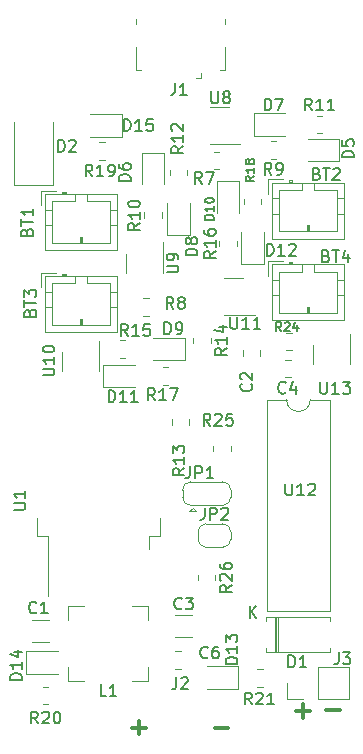
<source format=gbr>
%TF.GenerationSoftware,KiCad,Pcbnew,6.0.5*%
%TF.CreationDate,2022-05-23T21:48:15-04:00*%
%TF.ProjectId,BMS,424d532e-6b69-4636-9164-5f7063625858,rev?*%
%TF.SameCoordinates,Original*%
%TF.FileFunction,Legend,Top*%
%TF.FilePolarity,Positive*%
%FSLAX46Y46*%
G04 Gerber Fmt 4.6, Leading zero omitted, Abs format (unit mm)*
G04 Created by KiCad (PCBNEW 6.0.5) date 2022-05-23 21:48:15*
%MOMM*%
%LPD*%
G01*
G04 APERTURE LIST*
%ADD10C,0.300000*%
%ADD11C,0.150000*%
%ADD12C,0.120000*%
G04 APERTURE END LIST*
D10*
X17928571Y-60007142D02*
X19071428Y-60007142D01*
X24828571Y-58607142D02*
X25971428Y-58607142D01*
X25400000Y-59178571D02*
X25400000Y-58035714D01*
X27378571Y-58507142D02*
X28521428Y-58507142D01*
X10928571Y-60007142D02*
X12071428Y-60007142D01*
X11500000Y-60578571D02*
X11500000Y-59435714D01*
D11*
%TO.C,D5*%
X29702380Y-11738095D02*
X28702380Y-11738095D01*
X28702380Y-11500000D01*
X28750000Y-11357142D01*
X28845238Y-11261904D01*
X28940476Y-11214285D01*
X29130952Y-11166666D01*
X29273809Y-11166666D01*
X29464285Y-11214285D01*
X29559523Y-11261904D01*
X29654761Y-11357142D01*
X29702380Y-11500000D01*
X29702380Y-11738095D01*
X28702380Y-10261904D02*
X28702380Y-10738095D01*
X29178571Y-10785714D01*
X29130952Y-10738095D01*
X29083333Y-10642857D01*
X29083333Y-10404761D01*
X29130952Y-10309523D01*
X29178571Y-10261904D01*
X29273809Y-10214285D01*
X29511904Y-10214285D01*
X29607142Y-10261904D01*
X29654761Y-10309523D01*
X29702380Y-10404761D01*
X29702380Y-10642857D01*
X29654761Y-10738095D01*
X29607142Y-10785714D01*
%TO.C,J3*%
X28416666Y-53652380D02*
X28416666Y-54366666D01*
X28369047Y-54509523D01*
X28273809Y-54604761D01*
X28130952Y-54652380D01*
X28035714Y-54652380D01*
X28797619Y-53652380D02*
X29416666Y-53652380D01*
X29083333Y-54033333D01*
X29226190Y-54033333D01*
X29321428Y-54080952D01*
X29369047Y-54128571D01*
X29416666Y-54223809D01*
X29416666Y-54461904D01*
X29369047Y-54557142D01*
X29321428Y-54604761D01*
X29226190Y-54652380D01*
X28940476Y-54652380D01*
X28845238Y-54604761D01*
X28797619Y-54557142D01*
%TO.C,R13*%
X15352380Y-38042857D02*
X14876190Y-38376190D01*
X15352380Y-38614285D02*
X14352380Y-38614285D01*
X14352380Y-38233333D01*
X14400000Y-38138095D01*
X14447619Y-38090476D01*
X14542857Y-38042857D01*
X14685714Y-38042857D01*
X14780952Y-38090476D01*
X14828571Y-38138095D01*
X14876190Y-38233333D01*
X14876190Y-38614285D01*
X15352380Y-37090476D02*
X15352380Y-37661904D01*
X15352380Y-37376190D02*
X14352380Y-37376190D01*
X14495238Y-37471428D01*
X14590476Y-37566666D01*
X14638095Y-37661904D01*
X14352380Y-36757142D02*
X14352380Y-36138095D01*
X14733333Y-36471428D01*
X14733333Y-36328571D01*
X14780952Y-36233333D01*
X14828571Y-36185714D01*
X14923809Y-36138095D01*
X15161904Y-36138095D01*
X15257142Y-36185714D01*
X15304761Y-36233333D01*
X15352380Y-36328571D01*
X15352380Y-36614285D01*
X15304761Y-36709523D01*
X15257142Y-36757142D01*
%TO.C,JP1*%
X15816666Y-37902380D02*
X15816666Y-38616666D01*
X15769047Y-38759523D01*
X15673809Y-38854761D01*
X15530952Y-38902380D01*
X15435714Y-38902380D01*
X16292857Y-38902380D02*
X16292857Y-37902380D01*
X16673809Y-37902380D01*
X16769047Y-37950000D01*
X16816666Y-37997619D01*
X16864285Y-38092857D01*
X16864285Y-38235714D01*
X16816666Y-38330952D01*
X16769047Y-38378571D01*
X16673809Y-38426190D01*
X16292857Y-38426190D01*
X17816666Y-38902380D02*
X17245238Y-38902380D01*
X17530952Y-38902380D02*
X17530952Y-37902380D01*
X17435714Y-38045238D01*
X17340476Y-38140476D01*
X17245238Y-38188095D01*
%TO.C,D9*%
X13661904Y-26702380D02*
X13661904Y-25702380D01*
X13900000Y-25702380D01*
X14042857Y-25750000D01*
X14138095Y-25845238D01*
X14185714Y-25940476D01*
X14233333Y-26130952D01*
X14233333Y-26273809D01*
X14185714Y-26464285D01*
X14138095Y-26559523D01*
X14042857Y-26654761D01*
X13900000Y-26702380D01*
X13661904Y-26702380D01*
X14709523Y-26702380D02*
X14900000Y-26702380D01*
X14995238Y-26654761D01*
X15042857Y-26607142D01*
X15138095Y-26464285D01*
X15185714Y-26273809D01*
X15185714Y-25892857D01*
X15138095Y-25797619D01*
X15090476Y-25750000D01*
X14995238Y-25702380D01*
X14804761Y-25702380D01*
X14709523Y-25750000D01*
X14661904Y-25797619D01*
X14614285Y-25892857D01*
X14614285Y-26130952D01*
X14661904Y-26226190D01*
X14709523Y-26273809D01*
X14804761Y-26321428D01*
X14995238Y-26321428D01*
X15090476Y-26273809D01*
X15138095Y-26226190D01*
X15185714Y-26130952D01*
%TO.C,JP2*%
X17066666Y-41402380D02*
X17066666Y-42116666D01*
X17019047Y-42259523D01*
X16923809Y-42354761D01*
X16780952Y-42402380D01*
X16685714Y-42402380D01*
X17542857Y-42402380D02*
X17542857Y-41402380D01*
X17923809Y-41402380D01*
X18019047Y-41450000D01*
X18066666Y-41497619D01*
X18114285Y-41592857D01*
X18114285Y-41735714D01*
X18066666Y-41830952D01*
X18019047Y-41878571D01*
X17923809Y-41926190D01*
X17542857Y-41926190D01*
X18495238Y-41497619D02*
X18542857Y-41450000D01*
X18638095Y-41402380D01*
X18876190Y-41402380D01*
X18971428Y-41450000D01*
X19019047Y-41497619D01*
X19066666Y-41592857D01*
X19066666Y-41688095D01*
X19019047Y-41830952D01*
X18447619Y-42402380D01*
X19066666Y-42402380D01*
%TO.C,R16*%
X18002380Y-19692857D02*
X17526190Y-20026190D01*
X18002380Y-20264285D02*
X17002380Y-20264285D01*
X17002380Y-19883333D01*
X17050000Y-19788095D01*
X17097619Y-19740476D01*
X17192857Y-19692857D01*
X17335714Y-19692857D01*
X17430952Y-19740476D01*
X17478571Y-19788095D01*
X17526190Y-19883333D01*
X17526190Y-20264285D01*
X18002380Y-18740476D02*
X18002380Y-19311904D01*
X18002380Y-19026190D02*
X17002380Y-19026190D01*
X17145238Y-19121428D01*
X17240476Y-19216666D01*
X17288095Y-19311904D01*
X17002380Y-17883333D02*
X17002380Y-18073809D01*
X17050000Y-18169047D01*
X17097619Y-18216666D01*
X17240476Y-18311904D01*
X17430952Y-18359523D01*
X17811904Y-18359523D01*
X17907142Y-18311904D01*
X17954761Y-18264285D01*
X18002380Y-18169047D01*
X18002380Y-17978571D01*
X17954761Y-17883333D01*
X17907142Y-17835714D01*
X17811904Y-17788095D01*
X17573809Y-17788095D01*
X17478571Y-17835714D01*
X17430952Y-17883333D01*
X17383333Y-17978571D01*
X17383333Y-18169047D01*
X17430952Y-18264285D01*
X17478571Y-18311904D01*
X17573809Y-18359523D01*
%TO.C,C2*%
X21007142Y-30916666D02*
X21054761Y-30964285D01*
X21102380Y-31107142D01*
X21102380Y-31202380D01*
X21054761Y-31345238D01*
X20959523Y-31440476D01*
X20864285Y-31488095D01*
X20673809Y-31535714D01*
X20530952Y-31535714D01*
X20340476Y-31488095D01*
X20245238Y-31440476D01*
X20150000Y-31345238D01*
X20102380Y-31202380D01*
X20102380Y-31107142D01*
X20150000Y-30964285D01*
X20197619Y-30916666D01*
X20197619Y-30535714D02*
X20150000Y-30488095D01*
X20102380Y-30392857D01*
X20102380Y-30154761D01*
X20150000Y-30059523D01*
X20197619Y-30011904D01*
X20292857Y-29964285D01*
X20388095Y-29964285D01*
X20530952Y-30011904D01*
X21102380Y-30583333D01*
X21102380Y-29964285D01*
%TO.C,U10*%
X3352380Y-30188095D02*
X4161904Y-30188095D01*
X4257142Y-30140476D01*
X4304761Y-30092857D01*
X4352380Y-29997619D01*
X4352380Y-29807142D01*
X4304761Y-29711904D01*
X4257142Y-29664285D01*
X4161904Y-29616666D01*
X3352380Y-29616666D01*
X4352380Y-28616666D02*
X4352380Y-29188095D01*
X4352380Y-28902380D02*
X3352380Y-28902380D01*
X3495238Y-28997619D01*
X3590476Y-29092857D01*
X3638095Y-29188095D01*
X3352380Y-27997619D02*
X3352380Y-27902380D01*
X3400000Y-27807142D01*
X3447619Y-27759523D01*
X3542857Y-27711904D01*
X3733333Y-27664285D01*
X3971428Y-27664285D01*
X4161904Y-27711904D01*
X4257142Y-27759523D01*
X4304761Y-27807142D01*
X4352380Y-27902380D01*
X4352380Y-27997619D01*
X4304761Y-28092857D01*
X4257142Y-28140476D01*
X4161904Y-28188095D01*
X3971428Y-28235714D01*
X3733333Y-28235714D01*
X3542857Y-28188095D01*
X3447619Y-28140476D01*
X3400000Y-28092857D01*
X3352380Y-27997619D01*
%TO.C,R20*%
X2957142Y-59652380D02*
X2623809Y-59176190D01*
X2385714Y-59652380D02*
X2385714Y-58652380D01*
X2766666Y-58652380D01*
X2861904Y-58700000D01*
X2909523Y-58747619D01*
X2957142Y-58842857D01*
X2957142Y-58985714D01*
X2909523Y-59080952D01*
X2861904Y-59128571D01*
X2766666Y-59176190D01*
X2385714Y-59176190D01*
X3338095Y-58747619D02*
X3385714Y-58700000D01*
X3480952Y-58652380D01*
X3719047Y-58652380D01*
X3814285Y-58700000D01*
X3861904Y-58747619D01*
X3909523Y-58842857D01*
X3909523Y-58938095D01*
X3861904Y-59080952D01*
X3290476Y-59652380D01*
X3909523Y-59652380D01*
X4528571Y-58652380D02*
X4623809Y-58652380D01*
X4719047Y-58700000D01*
X4766666Y-58747619D01*
X4814285Y-58842857D01*
X4861904Y-59033333D01*
X4861904Y-59271428D01*
X4814285Y-59461904D01*
X4766666Y-59557142D01*
X4719047Y-59604761D01*
X4623809Y-59652380D01*
X4528571Y-59652380D01*
X4433333Y-59604761D01*
X4385714Y-59557142D01*
X4338095Y-59461904D01*
X4290476Y-59271428D01*
X4290476Y-59033333D01*
X4338095Y-58842857D01*
X4385714Y-58747619D01*
X4433333Y-58700000D01*
X4528571Y-58652380D01*
%TO.C,C1*%
X2833333Y-50257142D02*
X2785714Y-50304761D01*
X2642857Y-50352380D01*
X2547619Y-50352380D01*
X2404761Y-50304761D01*
X2309523Y-50209523D01*
X2261904Y-50114285D01*
X2214285Y-49923809D01*
X2214285Y-49780952D01*
X2261904Y-49590476D01*
X2309523Y-49495238D01*
X2404761Y-49400000D01*
X2547619Y-49352380D01*
X2642857Y-49352380D01*
X2785714Y-49400000D01*
X2833333Y-49447619D01*
X3785714Y-50352380D02*
X3214285Y-50352380D01*
X3500000Y-50352380D02*
X3500000Y-49352380D01*
X3404761Y-49495238D01*
X3309523Y-49590476D01*
X3214285Y-49638095D01*
%TO.C,R14*%
X18952380Y-27892857D02*
X18476190Y-28226190D01*
X18952380Y-28464285D02*
X17952380Y-28464285D01*
X17952380Y-28083333D01*
X18000000Y-27988095D01*
X18047619Y-27940476D01*
X18142857Y-27892857D01*
X18285714Y-27892857D01*
X18380952Y-27940476D01*
X18428571Y-27988095D01*
X18476190Y-28083333D01*
X18476190Y-28464285D01*
X18952380Y-26940476D02*
X18952380Y-27511904D01*
X18952380Y-27226190D02*
X17952380Y-27226190D01*
X18095238Y-27321428D01*
X18190476Y-27416666D01*
X18238095Y-27511904D01*
X18285714Y-26083333D02*
X18952380Y-26083333D01*
X17904761Y-26321428D02*
X18619047Y-26559523D01*
X18619047Y-25940476D01*
%TO.C,D1*%
X24161904Y-54902380D02*
X24161904Y-53902380D01*
X24400000Y-53902380D01*
X24542857Y-53950000D01*
X24638095Y-54045238D01*
X24685714Y-54140476D01*
X24733333Y-54330952D01*
X24733333Y-54473809D01*
X24685714Y-54664285D01*
X24638095Y-54759523D01*
X24542857Y-54854761D01*
X24400000Y-54902380D01*
X24161904Y-54902380D01*
X25685714Y-54902380D02*
X25114285Y-54902380D01*
X25400000Y-54902380D02*
X25400000Y-53902380D01*
X25304761Y-54045238D01*
X25209523Y-54140476D01*
X25114285Y-54188095D01*
X20878095Y-50702380D02*
X20878095Y-49702380D01*
X21449523Y-50702380D02*
X21020952Y-50130952D01*
X21449523Y-49702380D02*
X20878095Y-50273809D01*
%TO.C,R24*%
X23567857Y-26439285D02*
X23317857Y-26082142D01*
X23139285Y-26439285D02*
X23139285Y-25689285D01*
X23425000Y-25689285D01*
X23496428Y-25725000D01*
X23532142Y-25760714D01*
X23567857Y-25832142D01*
X23567857Y-25939285D01*
X23532142Y-26010714D01*
X23496428Y-26046428D01*
X23425000Y-26082142D01*
X23139285Y-26082142D01*
X23853571Y-25760714D02*
X23889285Y-25725000D01*
X23960714Y-25689285D01*
X24139285Y-25689285D01*
X24210714Y-25725000D01*
X24246428Y-25760714D01*
X24282142Y-25832142D01*
X24282142Y-25903571D01*
X24246428Y-26010714D01*
X23817857Y-26439285D01*
X24282142Y-26439285D01*
X24925000Y-25939285D02*
X24925000Y-26439285D01*
X24746428Y-25653571D02*
X24567857Y-26189285D01*
X25032142Y-26189285D01*
%TO.C,D11*%
X8935714Y-32452380D02*
X8935714Y-31452380D01*
X9173809Y-31452380D01*
X9316666Y-31500000D01*
X9411904Y-31595238D01*
X9459523Y-31690476D01*
X9507142Y-31880952D01*
X9507142Y-32023809D01*
X9459523Y-32214285D01*
X9411904Y-32309523D01*
X9316666Y-32404761D01*
X9173809Y-32452380D01*
X8935714Y-32452380D01*
X10459523Y-32452380D02*
X9888095Y-32452380D01*
X10173809Y-32452380D02*
X10173809Y-31452380D01*
X10078571Y-31595238D01*
X9983333Y-31690476D01*
X9888095Y-31738095D01*
X11411904Y-32452380D02*
X10840476Y-32452380D01*
X11126190Y-32452380D02*
X11126190Y-31452380D01*
X11030952Y-31595238D01*
X10935714Y-31690476D01*
X10840476Y-31738095D01*
%TO.C,BT1*%
X2028571Y-18035714D02*
X2076190Y-17892857D01*
X2123809Y-17845238D01*
X2219047Y-17797619D01*
X2361904Y-17797619D01*
X2457142Y-17845238D01*
X2504761Y-17892857D01*
X2552380Y-17988095D01*
X2552380Y-18369047D01*
X1552380Y-18369047D01*
X1552380Y-18035714D01*
X1600000Y-17940476D01*
X1647619Y-17892857D01*
X1742857Y-17845238D01*
X1838095Y-17845238D01*
X1933333Y-17892857D01*
X1980952Y-17940476D01*
X2028571Y-18035714D01*
X2028571Y-18369047D01*
X1552380Y-17511904D02*
X1552380Y-16940476D01*
X2552380Y-17226190D02*
X1552380Y-17226190D01*
X2552380Y-16083333D02*
X2552380Y-16654761D01*
X2552380Y-16369047D02*
X1552380Y-16369047D01*
X1695238Y-16464285D01*
X1790476Y-16559523D01*
X1838095Y-16654761D01*
%TO.C,R11*%
X26157142Y-7752380D02*
X25823809Y-7276190D01*
X25585714Y-7752380D02*
X25585714Y-6752380D01*
X25966666Y-6752380D01*
X26061904Y-6800000D01*
X26109523Y-6847619D01*
X26157142Y-6942857D01*
X26157142Y-7085714D01*
X26109523Y-7180952D01*
X26061904Y-7228571D01*
X25966666Y-7276190D01*
X25585714Y-7276190D01*
X27109523Y-7752380D02*
X26538095Y-7752380D01*
X26823809Y-7752380D02*
X26823809Y-6752380D01*
X26728571Y-6895238D01*
X26633333Y-6990476D01*
X26538095Y-7038095D01*
X28061904Y-7752380D02*
X27490476Y-7752380D01*
X27776190Y-7752380D02*
X27776190Y-6752380D01*
X27680952Y-6895238D01*
X27585714Y-6990476D01*
X27490476Y-7038095D01*
%TO.C,R25*%
X17557142Y-34452380D02*
X17223809Y-33976190D01*
X16985714Y-34452380D02*
X16985714Y-33452380D01*
X17366666Y-33452380D01*
X17461904Y-33500000D01*
X17509523Y-33547619D01*
X17557142Y-33642857D01*
X17557142Y-33785714D01*
X17509523Y-33880952D01*
X17461904Y-33928571D01*
X17366666Y-33976190D01*
X16985714Y-33976190D01*
X17938095Y-33547619D02*
X17985714Y-33500000D01*
X18080952Y-33452380D01*
X18319047Y-33452380D01*
X18414285Y-33500000D01*
X18461904Y-33547619D01*
X18509523Y-33642857D01*
X18509523Y-33738095D01*
X18461904Y-33880952D01*
X17890476Y-34452380D01*
X18509523Y-34452380D01*
X19414285Y-33452380D02*
X18938095Y-33452380D01*
X18890476Y-33928571D01*
X18938095Y-33880952D01*
X19033333Y-33833333D01*
X19271428Y-33833333D01*
X19366666Y-33880952D01*
X19414285Y-33928571D01*
X19461904Y-34023809D01*
X19461904Y-34261904D01*
X19414285Y-34357142D01*
X19366666Y-34404761D01*
X19271428Y-34452380D01*
X19033333Y-34452380D01*
X18938095Y-34404761D01*
X18890476Y-34357142D01*
%TO.C,D15*%
X10235714Y-9502380D02*
X10235714Y-8502380D01*
X10473809Y-8502380D01*
X10616666Y-8550000D01*
X10711904Y-8645238D01*
X10759523Y-8740476D01*
X10807142Y-8930952D01*
X10807142Y-9073809D01*
X10759523Y-9264285D01*
X10711904Y-9359523D01*
X10616666Y-9454761D01*
X10473809Y-9502380D01*
X10235714Y-9502380D01*
X11759523Y-9502380D02*
X11188095Y-9502380D01*
X11473809Y-9502380D02*
X11473809Y-8502380D01*
X11378571Y-8645238D01*
X11283333Y-8740476D01*
X11188095Y-8788095D01*
X12664285Y-8502380D02*
X12188095Y-8502380D01*
X12140476Y-8978571D01*
X12188095Y-8930952D01*
X12283333Y-8883333D01*
X12521428Y-8883333D01*
X12616666Y-8930952D01*
X12664285Y-8978571D01*
X12711904Y-9073809D01*
X12711904Y-9311904D01*
X12664285Y-9407142D01*
X12616666Y-9454761D01*
X12521428Y-9502380D01*
X12283333Y-9502380D01*
X12188095Y-9454761D01*
X12140476Y-9407142D01*
%TO.C,U13*%
X26861904Y-30752380D02*
X26861904Y-31561904D01*
X26909523Y-31657142D01*
X26957142Y-31704761D01*
X27052380Y-31752380D01*
X27242857Y-31752380D01*
X27338095Y-31704761D01*
X27385714Y-31657142D01*
X27433333Y-31561904D01*
X27433333Y-30752380D01*
X28433333Y-31752380D02*
X27861904Y-31752380D01*
X28147619Y-31752380D02*
X28147619Y-30752380D01*
X28052380Y-30895238D01*
X27957142Y-30990476D01*
X27861904Y-31038095D01*
X28766666Y-30752380D02*
X29385714Y-30752380D01*
X29052380Y-31133333D01*
X29195238Y-31133333D01*
X29290476Y-31180952D01*
X29338095Y-31228571D01*
X29385714Y-31323809D01*
X29385714Y-31561904D01*
X29338095Y-31657142D01*
X29290476Y-31704761D01*
X29195238Y-31752380D01*
X28909523Y-31752380D01*
X28814285Y-31704761D01*
X28766666Y-31657142D01*
%TO.C,J2*%
X14666666Y-55752380D02*
X14666666Y-56466666D01*
X14619047Y-56609523D01*
X14523809Y-56704761D01*
X14380952Y-56752380D01*
X14285714Y-56752380D01*
X15095238Y-55847619D02*
X15142857Y-55800000D01*
X15238095Y-55752380D01*
X15476190Y-55752380D01*
X15571428Y-55800000D01*
X15619047Y-55847619D01*
X15666666Y-55942857D01*
X15666666Y-56038095D01*
X15619047Y-56180952D01*
X15047619Y-56752380D01*
X15666666Y-56752380D01*
%TO.C,L1*%
X8733333Y-57352380D02*
X8257142Y-57352380D01*
X8257142Y-56352380D01*
X9590476Y-57352380D02*
X9019047Y-57352380D01*
X9304761Y-57352380D02*
X9304761Y-56352380D01*
X9209523Y-56495238D01*
X9114285Y-56590476D01*
X9019047Y-56638095D01*
%TO.C,U11*%
X19261904Y-25252380D02*
X19261904Y-26061904D01*
X19309523Y-26157142D01*
X19357142Y-26204761D01*
X19452380Y-26252380D01*
X19642857Y-26252380D01*
X19738095Y-26204761D01*
X19785714Y-26157142D01*
X19833333Y-26061904D01*
X19833333Y-25252380D01*
X20833333Y-26252380D02*
X20261904Y-26252380D01*
X20547619Y-26252380D02*
X20547619Y-25252380D01*
X20452380Y-25395238D01*
X20357142Y-25490476D01*
X20261904Y-25538095D01*
X21785714Y-26252380D02*
X21214285Y-26252380D01*
X21500000Y-26252380D02*
X21500000Y-25252380D01*
X21404761Y-25395238D01*
X21309523Y-25490476D01*
X21214285Y-25538095D01*
%TO.C,R10*%
X11602380Y-17292857D02*
X11126190Y-17626190D01*
X11602380Y-17864285D02*
X10602380Y-17864285D01*
X10602380Y-17483333D01*
X10650000Y-17388095D01*
X10697619Y-17340476D01*
X10792857Y-17292857D01*
X10935714Y-17292857D01*
X11030952Y-17340476D01*
X11078571Y-17388095D01*
X11126190Y-17483333D01*
X11126190Y-17864285D01*
X11602380Y-16340476D02*
X11602380Y-16911904D01*
X11602380Y-16626190D02*
X10602380Y-16626190D01*
X10745238Y-16721428D01*
X10840476Y-16816666D01*
X10888095Y-16911904D01*
X10602380Y-15721428D02*
X10602380Y-15626190D01*
X10650000Y-15530952D01*
X10697619Y-15483333D01*
X10792857Y-15435714D01*
X10983333Y-15388095D01*
X11221428Y-15388095D01*
X11411904Y-15435714D01*
X11507142Y-15483333D01*
X11554761Y-15530952D01*
X11602380Y-15626190D01*
X11602380Y-15721428D01*
X11554761Y-15816666D01*
X11507142Y-15864285D01*
X11411904Y-15911904D01*
X11221428Y-15959523D01*
X10983333Y-15959523D01*
X10792857Y-15911904D01*
X10697619Y-15864285D01*
X10650000Y-15816666D01*
X10602380Y-15721428D01*
%TO.C,R21*%
X21057142Y-58052380D02*
X20723809Y-57576190D01*
X20485714Y-58052380D02*
X20485714Y-57052380D01*
X20866666Y-57052380D01*
X20961904Y-57100000D01*
X21009523Y-57147619D01*
X21057142Y-57242857D01*
X21057142Y-57385714D01*
X21009523Y-57480952D01*
X20961904Y-57528571D01*
X20866666Y-57576190D01*
X20485714Y-57576190D01*
X21438095Y-57147619D02*
X21485714Y-57100000D01*
X21580952Y-57052380D01*
X21819047Y-57052380D01*
X21914285Y-57100000D01*
X21961904Y-57147619D01*
X22009523Y-57242857D01*
X22009523Y-57338095D01*
X21961904Y-57480952D01*
X21390476Y-58052380D01*
X22009523Y-58052380D01*
X22961904Y-58052380D02*
X22390476Y-58052380D01*
X22676190Y-58052380D02*
X22676190Y-57052380D01*
X22580952Y-57195238D01*
X22485714Y-57290476D01*
X22390476Y-57338095D01*
%TO.C,U1*%
X902380Y-41561904D02*
X1711904Y-41561904D01*
X1807142Y-41514285D01*
X1854761Y-41466666D01*
X1902380Y-41371428D01*
X1902380Y-41180952D01*
X1854761Y-41085714D01*
X1807142Y-41038095D01*
X1711904Y-40990476D01*
X902380Y-40990476D01*
X1902380Y-39990476D02*
X1902380Y-40561904D01*
X1902380Y-40276190D02*
X902380Y-40276190D01*
X1045238Y-40371428D01*
X1140476Y-40466666D01*
X1188095Y-40561904D01*
%TO.C,R26*%
X19352380Y-47942857D02*
X18876190Y-48276190D01*
X19352380Y-48514285D02*
X18352380Y-48514285D01*
X18352380Y-48133333D01*
X18400000Y-48038095D01*
X18447619Y-47990476D01*
X18542857Y-47942857D01*
X18685714Y-47942857D01*
X18780952Y-47990476D01*
X18828571Y-48038095D01*
X18876190Y-48133333D01*
X18876190Y-48514285D01*
X18447619Y-47561904D02*
X18400000Y-47514285D01*
X18352380Y-47419047D01*
X18352380Y-47180952D01*
X18400000Y-47085714D01*
X18447619Y-47038095D01*
X18542857Y-46990476D01*
X18638095Y-46990476D01*
X18780952Y-47038095D01*
X19352380Y-47609523D01*
X19352380Y-46990476D01*
X18352380Y-46133333D02*
X18352380Y-46323809D01*
X18400000Y-46419047D01*
X18447619Y-46466666D01*
X18590476Y-46561904D01*
X18780952Y-46609523D01*
X19161904Y-46609523D01*
X19257142Y-46561904D01*
X19304761Y-46514285D01*
X19352380Y-46419047D01*
X19352380Y-46228571D01*
X19304761Y-46133333D01*
X19257142Y-46085714D01*
X19161904Y-46038095D01*
X18923809Y-46038095D01*
X18828571Y-46085714D01*
X18780952Y-46133333D01*
X18733333Y-46228571D01*
X18733333Y-46419047D01*
X18780952Y-46514285D01*
X18828571Y-46561904D01*
X18923809Y-46609523D01*
%TO.C,D8*%
X16452380Y-20038095D02*
X15452380Y-20038095D01*
X15452380Y-19800000D01*
X15500000Y-19657142D01*
X15595238Y-19561904D01*
X15690476Y-19514285D01*
X15880952Y-19466666D01*
X16023809Y-19466666D01*
X16214285Y-19514285D01*
X16309523Y-19561904D01*
X16404761Y-19657142D01*
X16452380Y-19800000D01*
X16452380Y-20038095D01*
X15880952Y-18895238D02*
X15833333Y-18990476D01*
X15785714Y-19038095D01*
X15690476Y-19085714D01*
X15642857Y-19085714D01*
X15547619Y-19038095D01*
X15500000Y-18990476D01*
X15452380Y-18895238D01*
X15452380Y-18704761D01*
X15500000Y-18609523D01*
X15547619Y-18561904D01*
X15642857Y-18514285D01*
X15690476Y-18514285D01*
X15785714Y-18561904D01*
X15833333Y-18609523D01*
X15880952Y-18704761D01*
X15880952Y-18895238D01*
X15928571Y-18990476D01*
X15976190Y-19038095D01*
X16071428Y-19085714D01*
X16261904Y-19085714D01*
X16357142Y-19038095D01*
X16404761Y-18990476D01*
X16452380Y-18895238D01*
X16452380Y-18704761D01*
X16404761Y-18609523D01*
X16357142Y-18561904D01*
X16261904Y-18514285D01*
X16071428Y-18514285D01*
X15976190Y-18561904D01*
X15928571Y-18609523D01*
X15880952Y-18704761D01*
%TO.C,R19*%
X7557142Y-13352380D02*
X7223809Y-12876190D01*
X6985714Y-13352380D02*
X6985714Y-12352380D01*
X7366666Y-12352380D01*
X7461904Y-12400000D01*
X7509523Y-12447619D01*
X7557142Y-12542857D01*
X7557142Y-12685714D01*
X7509523Y-12780952D01*
X7461904Y-12828571D01*
X7366666Y-12876190D01*
X6985714Y-12876190D01*
X8509523Y-13352380D02*
X7938095Y-13352380D01*
X8223809Y-13352380D02*
X8223809Y-12352380D01*
X8128571Y-12495238D01*
X8033333Y-12590476D01*
X7938095Y-12638095D01*
X8985714Y-13352380D02*
X9176190Y-13352380D01*
X9271428Y-13304761D01*
X9319047Y-13257142D01*
X9414285Y-13114285D01*
X9461904Y-12923809D01*
X9461904Y-12542857D01*
X9414285Y-12447619D01*
X9366666Y-12400000D01*
X9271428Y-12352380D01*
X9080952Y-12352380D01*
X8985714Y-12400000D01*
X8938095Y-12447619D01*
X8890476Y-12542857D01*
X8890476Y-12780952D01*
X8938095Y-12876190D01*
X8985714Y-12923809D01*
X9080952Y-12971428D01*
X9271428Y-12971428D01*
X9366666Y-12923809D01*
X9414285Y-12876190D01*
X9461904Y-12780952D01*
%TO.C,C3*%
X15133333Y-49907142D02*
X15085714Y-49954761D01*
X14942857Y-50002380D01*
X14847619Y-50002380D01*
X14704761Y-49954761D01*
X14609523Y-49859523D01*
X14561904Y-49764285D01*
X14514285Y-49573809D01*
X14514285Y-49430952D01*
X14561904Y-49240476D01*
X14609523Y-49145238D01*
X14704761Y-49050000D01*
X14847619Y-49002380D01*
X14942857Y-49002380D01*
X15085714Y-49050000D01*
X15133333Y-49097619D01*
X15466666Y-49002380D02*
X16085714Y-49002380D01*
X15752380Y-49383333D01*
X15895238Y-49383333D01*
X15990476Y-49430952D01*
X16038095Y-49478571D01*
X16085714Y-49573809D01*
X16085714Y-49811904D01*
X16038095Y-49907142D01*
X15990476Y-49954761D01*
X15895238Y-50002380D01*
X15609523Y-50002380D01*
X15514285Y-49954761D01*
X15466666Y-49907142D01*
%TO.C,R7*%
X16833333Y-13952380D02*
X16500000Y-13476190D01*
X16261904Y-13952380D02*
X16261904Y-12952380D01*
X16642857Y-12952380D01*
X16738095Y-13000000D01*
X16785714Y-13047619D01*
X16833333Y-13142857D01*
X16833333Y-13285714D01*
X16785714Y-13380952D01*
X16738095Y-13428571D01*
X16642857Y-13476190D01*
X16261904Y-13476190D01*
X17166666Y-12952380D02*
X17833333Y-12952380D01*
X17404761Y-13952380D01*
%TO.C,D2*%
X4661904Y-11252380D02*
X4661904Y-10252380D01*
X4900000Y-10252380D01*
X5042857Y-10300000D01*
X5138095Y-10395238D01*
X5185714Y-10490476D01*
X5233333Y-10680952D01*
X5233333Y-10823809D01*
X5185714Y-11014285D01*
X5138095Y-11109523D01*
X5042857Y-11204761D01*
X4900000Y-11252380D01*
X4661904Y-11252380D01*
X5614285Y-10347619D02*
X5661904Y-10300000D01*
X5757142Y-10252380D01*
X5995238Y-10252380D01*
X6090476Y-10300000D01*
X6138095Y-10347619D01*
X6185714Y-10442857D01*
X6185714Y-10538095D01*
X6138095Y-10680952D01*
X5566666Y-11252380D01*
X6185714Y-11252380D01*
%TO.C,BT3*%
X2278571Y-24885714D02*
X2326190Y-24742857D01*
X2373809Y-24695238D01*
X2469047Y-24647619D01*
X2611904Y-24647619D01*
X2707142Y-24695238D01*
X2754761Y-24742857D01*
X2802380Y-24838095D01*
X2802380Y-25219047D01*
X1802380Y-25219047D01*
X1802380Y-24885714D01*
X1850000Y-24790476D01*
X1897619Y-24742857D01*
X1992857Y-24695238D01*
X2088095Y-24695238D01*
X2183333Y-24742857D01*
X2230952Y-24790476D01*
X2278571Y-24885714D01*
X2278571Y-25219047D01*
X1802380Y-24361904D02*
X1802380Y-23790476D01*
X2802380Y-24076190D02*
X1802380Y-24076190D01*
X1802380Y-23552380D02*
X1802380Y-22933333D01*
X2183333Y-23266666D01*
X2183333Y-23123809D01*
X2230952Y-23028571D01*
X2278571Y-22980952D01*
X2373809Y-22933333D01*
X2611904Y-22933333D01*
X2707142Y-22980952D01*
X2754761Y-23028571D01*
X2802380Y-23123809D01*
X2802380Y-23409523D01*
X2754761Y-23504761D01*
X2707142Y-23552380D01*
%TO.C,U9*%
X13852380Y-21461904D02*
X14661904Y-21461904D01*
X14757142Y-21414285D01*
X14804761Y-21366666D01*
X14852380Y-21271428D01*
X14852380Y-21080952D01*
X14804761Y-20985714D01*
X14757142Y-20938095D01*
X14661904Y-20890476D01*
X13852380Y-20890476D01*
X14852380Y-20366666D02*
X14852380Y-20176190D01*
X14804761Y-20080952D01*
X14757142Y-20033333D01*
X14614285Y-19938095D01*
X14423809Y-19890476D01*
X14042857Y-19890476D01*
X13947619Y-19938095D01*
X13900000Y-19985714D01*
X13852380Y-20080952D01*
X13852380Y-20271428D01*
X13900000Y-20366666D01*
X13947619Y-20414285D01*
X14042857Y-20461904D01*
X14280952Y-20461904D01*
X14376190Y-20414285D01*
X14423809Y-20366666D01*
X14471428Y-20271428D01*
X14471428Y-20080952D01*
X14423809Y-19985714D01*
X14376190Y-19938095D01*
X14280952Y-19890476D01*
%TO.C,D14*%
X1602380Y-55964285D02*
X602380Y-55964285D01*
X602380Y-55726190D01*
X650000Y-55583333D01*
X745238Y-55488095D01*
X840476Y-55440476D01*
X1030952Y-55392857D01*
X1173809Y-55392857D01*
X1364285Y-55440476D01*
X1459523Y-55488095D01*
X1554761Y-55583333D01*
X1602380Y-55726190D01*
X1602380Y-55964285D01*
X1602380Y-54440476D02*
X1602380Y-55011904D01*
X1602380Y-54726190D02*
X602380Y-54726190D01*
X745238Y-54821428D01*
X840476Y-54916666D01*
X888095Y-55011904D01*
X935714Y-53583333D02*
X1602380Y-53583333D01*
X554761Y-53821428D02*
X1269047Y-54059523D01*
X1269047Y-53440476D01*
%TO.C,BT2*%
X26564285Y-13128571D02*
X26707142Y-13176190D01*
X26754761Y-13223809D01*
X26802380Y-13319047D01*
X26802380Y-13461904D01*
X26754761Y-13557142D01*
X26707142Y-13604761D01*
X26611904Y-13652380D01*
X26230952Y-13652380D01*
X26230952Y-12652380D01*
X26564285Y-12652380D01*
X26659523Y-12700000D01*
X26707142Y-12747619D01*
X26754761Y-12842857D01*
X26754761Y-12938095D01*
X26707142Y-13033333D01*
X26659523Y-13080952D01*
X26564285Y-13128571D01*
X26230952Y-13128571D01*
X27088095Y-12652380D02*
X27659523Y-12652380D01*
X27373809Y-13652380D02*
X27373809Y-12652380D01*
X27945238Y-12747619D02*
X27992857Y-12700000D01*
X28088095Y-12652380D01*
X28326190Y-12652380D01*
X28421428Y-12700000D01*
X28469047Y-12747619D01*
X28516666Y-12842857D01*
X28516666Y-12938095D01*
X28469047Y-13080952D01*
X27897619Y-13652380D01*
X28516666Y-13652380D01*
%TO.C,D6*%
X10802380Y-13738095D02*
X9802380Y-13738095D01*
X9802380Y-13500000D01*
X9850000Y-13357142D01*
X9945238Y-13261904D01*
X10040476Y-13214285D01*
X10230952Y-13166666D01*
X10373809Y-13166666D01*
X10564285Y-13214285D01*
X10659523Y-13261904D01*
X10754761Y-13357142D01*
X10802380Y-13500000D01*
X10802380Y-13738095D01*
X9802380Y-12309523D02*
X9802380Y-12500000D01*
X9850000Y-12595238D01*
X9897619Y-12642857D01*
X10040476Y-12738095D01*
X10230952Y-12785714D01*
X10611904Y-12785714D01*
X10707142Y-12738095D01*
X10754761Y-12690476D01*
X10802380Y-12595238D01*
X10802380Y-12404761D01*
X10754761Y-12309523D01*
X10707142Y-12261904D01*
X10611904Y-12214285D01*
X10373809Y-12214285D01*
X10278571Y-12261904D01*
X10230952Y-12309523D01*
X10183333Y-12404761D01*
X10183333Y-12595238D01*
X10230952Y-12690476D01*
X10278571Y-12738095D01*
X10373809Y-12785714D01*
%TO.C,U12*%
X23911904Y-39352380D02*
X23911904Y-40161904D01*
X23959523Y-40257142D01*
X24007142Y-40304761D01*
X24102380Y-40352380D01*
X24292857Y-40352380D01*
X24388095Y-40304761D01*
X24435714Y-40257142D01*
X24483333Y-40161904D01*
X24483333Y-39352380D01*
X25483333Y-40352380D02*
X24911904Y-40352380D01*
X25197619Y-40352380D02*
X25197619Y-39352380D01*
X25102380Y-39495238D01*
X25007142Y-39590476D01*
X24911904Y-39638095D01*
X25864285Y-39447619D02*
X25911904Y-39400000D01*
X26007142Y-39352380D01*
X26245238Y-39352380D01*
X26340476Y-39400000D01*
X26388095Y-39447619D01*
X26435714Y-39542857D01*
X26435714Y-39638095D01*
X26388095Y-39780952D01*
X25816666Y-40352380D01*
X26435714Y-40352380D01*
%TO.C,D7*%
X22161904Y-7752380D02*
X22161904Y-6752380D01*
X22400000Y-6752380D01*
X22542857Y-6800000D01*
X22638095Y-6895238D01*
X22685714Y-6990476D01*
X22733333Y-7180952D01*
X22733333Y-7323809D01*
X22685714Y-7514285D01*
X22638095Y-7609523D01*
X22542857Y-7704761D01*
X22400000Y-7752380D01*
X22161904Y-7752380D01*
X23066666Y-6752380D02*
X23733333Y-6752380D01*
X23304761Y-7752380D01*
%TO.C,C4*%
X23933333Y-31637142D02*
X23885714Y-31684761D01*
X23742857Y-31732380D01*
X23647619Y-31732380D01*
X23504761Y-31684761D01*
X23409523Y-31589523D01*
X23361904Y-31494285D01*
X23314285Y-31303809D01*
X23314285Y-31160952D01*
X23361904Y-30970476D01*
X23409523Y-30875238D01*
X23504761Y-30780000D01*
X23647619Y-30732380D01*
X23742857Y-30732380D01*
X23885714Y-30780000D01*
X23933333Y-30827619D01*
X24790476Y-31065714D02*
X24790476Y-31732380D01*
X24552380Y-30684761D02*
X24314285Y-31399047D01*
X24933333Y-31399047D01*
%TO.C,R18*%
X21289285Y-13332142D02*
X20932142Y-13582142D01*
X21289285Y-13760714D02*
X20539285Y-13760714D01*
X20539285Y-13475000D01*
X20575000Y-13403571D01*
X20610714Y-13367857D01*
X20682142Y-13332142D01*
X20789285Y-13332142D01*
X20860714Y-13367857D01*
X20896428Y-13403571D01*
X20932142Y-13475000D01*
X20932142Y-13760714D01*
X21289285Y-12617857D02*
X21289285Y-13046428D01*
X21289285Y-12832142D02*
X20539285Y-12832142D01*
X20646428Y-12903571D01*
X20717857Y-12975000D01*
X20753571Y-13046428D01*
X20860714Y-12189285D02*
X20825000Y-12260714D01*
X20789285Y-12296428D01*
X20717857Y-12332142D01*
X20682142Y-12332142D01*
X20610714Y-12296428D01*
X20575000Y-12260714D01*
X20539285Y-12189285D01*
X20539285Y-12046428D01*
X20575000Y-11975000D01*
X20610714Y-11939285D01*
X20682142Y-11903571D01*
X20717857Y-11903571D01*
X20789285Y-11939285D01*
X20825000Y-11975000D01*
X20860714Y-12046428D01*
X20860714Y-12189285D01*
X20896428Y-12260714D01*
X20932142Y-12296428D01*
X21003571Y-12332142D01*
X21146428Y-12332142D01*
X21217857Y-12296428D01*
X21253571Y-12260714D01*
X21289285Y-12189285D01*
X21289285Y-12046428D01*
X21253571Y-11975000D01*
X21217857Y-11939285D01*
X21146428Y-11903571D01*
X21003571Y-11903571D01*
X20932142Y-11939285D01*
X20896428Y-11975000D01*
X20860714Y-12046428D01*
%TO.C,R12*%
X15252380Y-10792857D02*
X14776190Y-11126190D01*
X15252380Y-11364285D02*
X14252380Y-11364285D01*
X14252380Y-10983333D01*
X14300000Y-10888095D01*
X14347619Y-10840476D01*
X14442857Y-10792857D01*
X14585714Y-10792857D01*
X14680952Y-10840476D01*
X14728571Y-10888095D01*
X14776190Y-10983333D01*
X14776190Y-11364285D01*
X15252380Y-9840476D02*
X15252380Y-10411904D01*
X15252380Y-10126190D02*
X14252380Y-10126190D01*
X14395238Y-10221428D01*
X14490476Y-10316666D01*
X14538095Y-10411904D01*
X14347619Y-9459523D02*
X14300000Y-9411904D01*
X14252380Y-9316666D01*
X14252380Y-9078571D01*
X14300000Y-8983333D01*
X14347619Y-8935714D01*
X14442857Y-8888095D01*
X14538095Y-8888095D01*
X14680952Y-8935714D01*
X15252380Y-9507142D01*
X15252380Y-8888095D01*
%TO.C,D10*%
X17839285Y-17010714D02*
X17089285Y-17010714D01*
X17089285Y-16832142D01*
X17125000Y-16725000D01*
X17196428Y-16653571D01*
X17267857Y-16617857D01*
X17410714Y-16582142D01*
X17517857Y-16582142D01*
X17660714Y-16617857D01*
X17732142Y-16653571D01*
X17803571Y-16725000D01*
X17839285Y-16832142D01*
X17839285Y-17010714D01*
X17839285Y-15867857D02*
X17839285Y-16296428D01*
X17839285Y-16082142D02*
X17089285Y-16082142D01*
X17196428Y-16153571D01*
X17267857Y-16225000D01*
X17303571Y-16296428D01*
X17089285Y-15403571D02*
X17089285Y-15332142D01*
X17125000Y-15260714D01*
X17160714Y-15225000D01*
X17232142Y-15189285D01*
X17375000Y-15153571D01*
X17553571Y-15153571D01*
X17696428Y-15189285D01*
X17767857Y-15225000D01*
X17803571Y-15260714D01*
X17839285Y-15332142D01*
X17839285Y-15403571D01*
X17803571Y-15475000D01*
X17767857Y-15510714D01*
X17696428Y-15546428D01*
X17553571Y-15582142D01*
X17375000Y-15582142D01*
X17232142Y-15546428D01*
X17160714Y-15510714D01*
X17125000Y-15475000D01*
X17089285Y-15403571D01*
%TO.C,D12*%
X22335714Y-20052380D02*
X22335714Y-19052380D01*
X22573809Y-19052380D01*
X22716666Y-19100000D01*
X22811904Y-19195238D01*
X22859523Y-19290476D01*
X22907142Y-19480952D01*
X22907142Y-19623809D01*
X22859523Y-19814285D01*
X22811904Y-19909523D01*
X22716666Y-20004761D01*
X22573809Y-20052380D01*
X22335714Y-20052380D01*
X23859523Y-20052380D02*
X23288095Y-20052380D01*
X23573809Y-20052380D02*
X23573809Y-19052380D01*
X23478571Y-19195238D01*
X23383333Y-19290476D01*
X23288095Y-19338095D01*
X24240476Y-19147619D02*
X24288095Y-19100000D01*
X24383333Y-19052380D01*
X24621428Y-19052380D01*
X24716666Y-19100000D01*
X24764285Y-19147619D01*
X24811904Y-19242857D01*
X24811904Y-19338095D01*
X24764285Y-19480952D01*
X24192857Y-20052380D01*
X24811904Y-20052380D01*
%TO.C,R8*%
X14433333Y-24552380D02*
X14100000Y-24076190D01*
X13861904Y-24552380D02*
X13861904Y-23552380D01*
X14242857Y-23552380D01*
X14338095Y-23600000D01*
X14385714Y-23647619D01*
X14433333Y-23742857D01*
X14433333Y-23885714D01*
X14385714Y-23980952D01*
X14338095Y-24028571D01*
X14242857Y-24076190D01*
X13861904Y-24076190D01*
X15004761Y-23980952D02*
X14909523Y-23933333D01*
X14861904Y-23885714D01*
X14814285Y-23790476D01*
X14814285Y-23742857D01*
X14861904Y-23647619D01*
X14909523Y-23600000D01*
X15004761Y-23552380D01*
X15195238Y-23552380D01*
X15290476Y-23600000D01*
X15338095Y-23647619D01*
X15385714Y-23742857D01*
X15385714Y-23790476D01*
X15338095Y-23885714D01*
X15290476Y-23933333D01*
X15195238Y-23980952D01*
X15004761Y-23980952D01*
X14909523Y-24028571D01*
X14861904Y-24076190D01*
X14814285Y-24171428D01*
X14814285Y-24361904D01*
X14861904Y-24457142D01*
X14909523Y-24504761D01*
X15004761Y-24552380D01*
X15195238Y-24552380D01*
X15290476Y-24504761D01*
X15338095Y-24457142D01*
X15385714Y-24361904D01*
X15385714Y-24171428D01*
X15338095Y-24076190D01*
X15290476Y-24028571D01*
X15195238Y-23980952D01*
%TO.C,R17*%
X12857142Y-32302380D02*
X12523809Y-31826190D01*
X12285714Y-32302380D02*
X12285714Y-31302380D01*
X12666666Y-31302380D01*
X12761904Y-31350000D01*
X12809523Y-31397619D01*
X12857142Y-31492857D01*
X12857142Y-31635714D01*
X12809523Y-31730952D01*
X12761904Y-31778571D01*
X12666666Y-31826190D01*
X12285714Y-31826190D01*
X13809523Y-32302380D02*
X13238095Y-32302380D01*
X13523809Y-32302380D02*
X13523809Y-31302380D01*
X13428571Y-31445238D01*
X13333333Y-31540476D01*
X13238095Y-31588095D01*
X14142857Y-31302380D02*
X14809523Y-31302380D01*
X14380952Y-32302380D01*
%TO.C,U8*%
X17638095Y-6152380D02*
X17638095Y-6961904D01*
X17685714Y-7057142D01*
X17733333Y-7104761D01*
X17828571Y-7152380D01*
X18019047Y-7152380D01*
X18114285Y-7104761D01*
X18161904Y-7057142D01*
X18209523Y-6961904D01*
X18209523Y-6152380D01*
X18828571Y-6580952D02*
X18733333Y-6533333D01*
X18685714Y-6485714D01*
X18638095Y-6390476D01*
X18638095Y-6342857D01*
X18685714Y-6247619D01*
X18733333Y-6200000D01*
X18828571Y-6152380D01*
X19019047Y-6152380D01*
X19114285Y-6200000D01*
X19161904Y-6247619D01*
X19209523Y-6342857D01*
X19209523Y-6390476D01*
X19161904Y-6485714D01*
X19114285Y-6533333D01*
X19019047Y-6580952D01*
X18828571Y-6580952D01*
X18733333Y-6628571D01*
X18685714Y-6676190D01*
X18638095Y-6771428D01*
X18638095Y-6961904D01*
X18685714Y-7057142D01*
X18733333Y-7104761D01*
X18828571Y-7152380D01*
X19019047Y-7152380D01*
X19114285Y-7104761D01*
X19161904Y-7057142D01*
X19209523Y-6961904D01*
X19209523Y-6771428D01*
X19161904Y-6676190D01*
X19114285Y-6628571D01*
X19019047Y-6580952D01*
%TO.C,J1*%
X14566666Y-5452380D02*
X14566666Y-6166666D01*
X14519047Y-6309523D01*
X14423809Y-6404761D01*
X14280952Y-6452380D01*
X14185714Y-6452380D01*
X15566666Y-6452380D02*
X14995238Y-6452380D01*
X15280952Y-6452380D02*
X15280952Y-5452380D01*
X15185714Y-5595238D01*
X15090476Y-5690476D01*
X14995238Y-5738095D01*
%TO.C,D13*%
X19852380Y-54614285D02*
X18852380Y-54614285D01*
X18852380Y-54376190D01*
X18900000Y-54233333D01*
X18995238Y-54138095D01*
X19090476Y-54090476D01*
X19280952Y-54042857D01*
X19423809Y-54042857D01*
X19614285Y-54090476D01*
X19709523Y-54138095D01*
X19804761Y-54233333D01*
X19852380Y-54376190D01*
X19852380Y-54614285D01*
X19852380Y-53090476D02*
X19852380Y-53661904D01*
X19852380Y-53376190D02*
X18852380Y-53376190D01*
X18995238Y-53471428D01*
X19090476Y-53566666D01*
X19138095Y-53661904D01*
X18852380Y-52757142D02*
X18852380Y-52138095D01*
X19233333Y-52471428D01*
X19233333Y-52328571D01*
X19280952Y-52233333D01*
X19328571Y-52185714D01*
X19423809Y-52138095D01*
X19661904Y-52138095D01*
X19757142Y-52185714D01*
X19804761Y-52233333D01*
X19852380Y-52328571D01*
X19852380Y-52614285D01*
X19804761Y-52709523D01*
X19757142Y-52757142D01*
%TO.C,BT4*%
X27364285Y-20078571D02*
X27507142Y-20126190D01*
X27554761Y-20173809D01*
X27602380Y-20269047D01*
X27602380Y-20411904D01*
X27554761Y-20507142D01*
X27507142Y-20554761D01*
X27411904Y-20602380D01*
X27030952Y-20602380D01*
X27030952Y-19602380D01*
X27364285Y-19602380D01*
X27459523Y-19650000D01*
X27507142Y-19697619D01*
X27554761Y-19792857D01*
X27554761Y-19888095D01*
X27507142Y-19983333D01*
X27459523Y-20030952D01*
X27364285Y-20078571D01*
X27030952Y-20078571D01*
X27888095Y-19602380D02*
X28459523Y-19602380D01*
X28173809Y-20602380D02*
X28173809Y-19602380D01*
X29221428Y-19935714D02*
X29221428Y-20602380D01*
X28983333Y-19554761D02*
X28745238Y-20269047D01*
X29364285Y-20269047D01*
%TO.C,R9*%
X22733333Y-13202380D02*
X22400000Y-12726190D01*
X22161904Y-13202380D02*
X22161904Y-12202380D01*
X22542857Y-12202380D01*
X22638095Y-12250000D01*
X22685714Y-12297619D01*
X22733333Y-12392857D01*
X22733333Y-12535714D01*
X22685714Y-12630952D01*
X22638095Y-12678571D01*
X22542857Y-12726190D01*
X22161904Y-12726190D01*
X23209523Y-13202380D02*
X23400000Y-13202380D01*
X23495238Y-13154761D01*
X23542857Y-13107142D01*
X23638095Y-12964285D01*
X23685714Y-12773809D01*
X23685714Y-12392857D01*
X23638095Y-12297619D01*
X23590476Y-12250000D01*
X23495238Y-12202380D01*
X23304761Y-12202380D01*
X23209523Y-12250000D01*
X23161904Y-12297619D01*
X23114285Y-12392857D01*
X23114285Y-12630952D01*
X23161904Y-12726190D01*
X23209523Y-12773809D01*
X23304761Y-12821428D01*
X23495238Y-12821428D01*
X23590476Y-12773809D01*
X23638095Y-12726190D01*
X23685714Y-12630952D01*
%TO.C,C6*%
X17333333Y-54057142D02*
X17285714Y-54104761D01*
X17142857Y-54152380D01*
X17047619Y-54152380D01*
X16904761Y-54104761D01*
X16809523Y-54009523D01*
X16761904Y-53914285D01*
X16714285Y-53723809D01*
X16714285Y-53580952D01*
X16761904Y-53390476D01*
X16809523Y-53295238D01*
X16904761Y-53200000D01*
X17047619Y-53152380D01*
X17142857Y-53152380D01*
X17285714Y-53200000D01*
X17333333Y-53247619D01*
X18190476Y-53152380D02*
X18000000Y-53152380D01*
X17904761Y-53200000D01*
X17857142Y-53247619D01*
X17761904Y-53390476D01*
X17714285Y-53580952D01*
X17714285Y-53961904D01*
X17761904Y-54057142D01*
X17809523Y-54104761D01*
X17904761Y-54152380D01*
X18095238Y-54152380D01*
X18190476Y-54104761D01*
X18238095Y-54057142D01*
X18285714Y-53961904D01*
X18285714Y-53723809D01*
X18238095Y-53628571D01*
X18190476Y-53580952D01*
X18095238Y-53533333D01*
X17904761Y-53533333D01*
X17809523Y-53580952D01*
X17761904Y-53628571D01*
X17714285Y-53723809D01*
%TO.C,R15*%
X10557142Y-26852380D02*
X10223809Y-26376190D01*
X9985714Y-26852380D02*
X9985714Y-25852380D01*
X10366666Y-25852380D01*
X10461904Y-25900000D01*
X10509523Y-25947619D01*
X10557142Y-26042857D01*
X10557142Y-26185714D01*
X10509523Y-26280952D01*
X10461904Y-26328571D01*
X10366666Y-26376190D01*
X9985714Y-26376190D01*
X11509523Y-26852380D02*
X10938095Y-26852380D01*
X11223809Y-26852380D02*
X11223809Y-25852380D01*
X11128571Y-25995238D01*
X11033333Y-26090476D01*
X10938095Y-26138095D01*
X12414285Y-25852380D02*
X11938095Y-25852380D01*
X11890476Y-26328571D01*
X11938095Y-26280952D01*
X12033333Y-26233333D01*
X12271428Y-26233333D01*
X12366666Y-26280952D01*
X12414285Y-26328571D01*
X12461904Y-26423809D01*
X12461904Y-26661904D01*
X12414285Y-26757142D01*
X12366666Y-26804761D01*
X12271428Y-26852380D01*
X12033333Y-26852380D01*
X11938095Y-26804761D01*
X11890476Y-26757142D01*
D12*
%TO.C,D5*%
X28485000Y-10140000D02*
X25800000Y-10140000D01*
X28485000Y-12060000D02*
X28485000Y-10140000D01*
X25800000Y-12060000D02*
X28485000Y-12060000D01*
%TO.C,J3*%
X26670000Y-57580000D02*
X26670000Y-54920000D01*
X24070000Y-57580000D02*
X24070000Y-56250000D01*
X29270000Y-57580000D02*
X29270000Y-54920000D01*
X26670000Y-57580000D02*
X29270000Y-57580000D01*
X26670000Y-54920000D02*
X29270000Y-54920000D01*
X25400000Y-57580000D02*
X24070000Y-57580000D01*
%TO.C,R13*%
X15785000Y-33922936D02*
X15785000Y-34377064D01*
X14315000Y-33922936D02*
X14315000Y-34377064D01*
%TO.C,JP1*%
X19300000Y-39900000D02*
X19300000Y-40500000D01*
X18650000Y-41200000D02*
X15850000Y-41200000D01*
X16050000Y-41400000D02*
X16350000Y-41700000D01*
X15850000Y-39200000D02*
X18650000Y-39200000D01*
X15750000Y-41700000D02*
X16350000Y-41700000D01*
X16050000Y-41400000D02*
X15750000Y-41700000D01*
X15200000Y-40500000D02*
X15200000Y-39900000D01*
X15900000Y-39200000D02*
G75*
G03*
X15200000Y-39900000I-1J-699999D01*
G01*
X19300000Y-39900000D02*
G75*
G03*
X18600000Y-39200000I-700000J0D01*
G01*
X18600000Y-41200000D02*
G75*
G03*
X19300000Y-40500000I0J700000D01*
G01*
X15200000Y-40500000D02*
G75*
G03*
X15900000Y-41200000I699999J-1D01*
G01*
%TO.C,D9*%
X15385000Y-28910000D02*
X15385000Y-26990000D01*
X12700000Y-28910000D02*
X15385000Y-28910000D01*
X15385000Y-26990000D02*
X12700000Y-26990000D01*
%TO.C,JP2*%
X19300000Y-43450000D02*
X19300000Y-44050000D01*
X17200000Y-42750000D02*
X18600000Y-42750000D01*
X18600000Y-44750000D02*
X17200000Y-44750000D01*
X16500000Y-44050000D02*
X16500000Y-43450000D01*
X18600000Y-44750000D02*
G75*
G03*
X19300000Y-44050000I0J700000D01*
G01*
X19300000Y-43450000D02*
G75*
G03*
X18600000Y-42750000I-700000J0D01*
G01*
X17200000Y-42750000D02*
G75*
G03*
X16500000Y-43450000I-1J-699999D01*
G01*
X16500000Y-44050000D02*
G75*
G03*
X17200000Y-44750000I699999J-1D01*
G01*
%TO.C,R16*%
X18315000Y-18822936D02*
X18315000Y-19277064D01*
X19785000Y-18822936D02*
X19785000Y-19277064D01*
%TO.C,C2*%
X21785000Y-28038748D02*
X21785000Y-28561252D01*
X20315000Y-28038748D02*
X20315000Y-28561252D01*
%TO.C,U10*%
X8110000Y-29050000D02*
X8110000Y-29850000D01*
X8110000Y-29050000D02*
X8110000Y-27250000D01*
X4990000Y-29050000D02*
X4990000Y-29850000D01*
X4990000Y-29050000D02*
X4990000Y-28250000D01*
%TO.C,R20*%
X3385436Y-56565000D02*
X3839564Y-56565000D01*
X3385436Y-58035000D02*
X3839564Y-58035000D01*
%TO.C,C1*%
X3861252Y-50940000D02*
X2438748Y-50940000D01*
X3861252Y-52760000D02*
X2438748Y-52760000D01*
%TO.C,R14*%
X17585000Y-27022936D02*
X17585000Y-27477064D01*
X16115000Y-27022936D02*
X16115000Y-27477064D01*
%TO.C,D1*%
X27670000Y-53620000D02*
X27670000Y-53290000D01*
X22230000Y-53620000D02*
X27670000Y-53620000D01*
X22230000Y-51010000D02*
X22230000Y-50680000D01*
X23130000Y-50680000D02*
X23130000Y-53620000D01*
X22230000Y-53290000D02*
X22230000Y-53620000D01*
X27670000Y-50680000D02*
X27670000Y-51010000D01*
X23250000Y-50680000D02*
X23250000Y-53620000D01*
X22230000Y-50680000D02*
X27670000Y-50680000D01*
X23010000Y-50680000D02*
X23010000Y-53620000D01*
%TO.C,R24*%
X23972936Y-28085000D02*
X24427064Y-28085000D01*
X23972936Y-26615000D02*
X24427064Y-26615000D01*
%TO.C,D11*%
X8465000Y-29290000D02*
X8465000Y-31210000D01*
X8465000Y-31210000D02*
X11150000Y-31210000D01*
X11150000Y-29290000D02*
X8465000Y-29290000D01*
%TO.C,BT1*%
X6500000Y-18450000D02*
X6700000Y-18450000D01*
X4150000Y-18950000D02*
X9050000Y-18950000D01*
X9050000Y-18950000D02*
X9050000Y-15450000D01*
X3540000Y-16150000D02*
X4150000Y-16150000D01*
X4490000Y-14540000D02*
X3240000Y-14540000D01*
X9050000Y-15450000D02*
X7100000Y-15450000D01*
X3540000Y-17450000D02*
X4150000Y-17450000D01*
X3540000Y-19560000D02*
X9660000Y-19560000D01*
X6100000Y-15450000D02*
X4150000Y-15450000D01*
X5000000Y-14640000D02*
X5000000Y-14840000D01*
X6700000Y-18450000D02*
X6700000Y-18950000D01*
X9660000Y-19560000D02*
X9660000Y-14840000D01*
X5300000Y-14840000D02*
X5300000Y-14640000D01*
X6600000Y-18950000D02*
X6600000Y-18450000D01*
X3540000Y-14840000D02*
X3540000Y-19560000D01*
X9660000Y-16150000D02*
X9050000Y-16150000D01*
X6100000Y-14840000D02*
X6100000Y-15450000D01*
X6500000Y-18950000D02*
X6500000Y-18450000D01*
X5300000Y-14640000D02*
X5000000Y-14640000D01*
X3240000Y-14540000D02*
X3240000Y-15790000D01*
X7100000Y-15450000D02*
X7100000Y-14840000D01*
X9660000Y-17450000D02*
X9050000Y-17450000D01*
X5300000Y-14740000D02*
X5000000Y-14740000D01*
X9660000Y-14840000D02*
X3540000Y-14840000D01*
X4150000Y-15450000D02*
X4150000Y-18950000D01*
%TO.C,R11*%
X26572936Y-8215000D02*
X27027064Y-8215000D01*
X26572936Y-9685000D02*
X27027064Y-9685000D01*
%TO.C,R25*%
X19285000Y-36135436D02*
X19285000Y-36589564D01*
X17815000Y-36135436D02*
X17815000Y-36589564D01*
%TO.C,D15*%
X10035000Y-8090000D02*
X7350000Y-8090000D01*
X10035000Y-10010000D02*
X10035000Y-8090000D01*
X7350000Y-10010000D02*
X10035000Y-10010000D01*
%TO.C,U13*%
X26240000Y-28450000D02*
X26240000Y-27650000D01*
X26240000Y-28450000D02*
X26240000Y-29250000D01*
X29360000Y-28450000D02*
X29360000Y-26650000D01*
X29360000Y-28450000D02*
X29360000Y-29250000D01*
%TO.C,L1*%
X12300000Y-56100000D02*
X10900000Y-56100000D01*
X5500000Y-56100000D02*
X6900000Y-56100000D01*
X12300000Y-49700000D02*
X12300000Y-50900000D01*
X12300000Y-56100000D02*
X12300000Y-54900000D01*
X5500000Y-49700000D02*
X5500000Y-50900000D01*
X5500000Y-49700000D02*
X6900000Y-49700000D01*
X5500000Y-56100000D02*
X5500000Y-54900000D01*
X12300000Y-49700000D02*
X10900000Y-49700000D01*
%TO.C,U11*%
X19550000Y-25060000D02*
X18750000Y-25060000D01*
X19550000Y-25060000D02*
X21350000Y-25060000D01*
X19550000Y-21940000D02*
X20350000Y-21940000D01*
X19550000Y-21940000D02*
X18750000Y-21940000D01*
%TO.C,R10*%
X13435000Y-16385436D02*
X13435000Y-16839564D01*
X11965000Y-16385436D02*
X11965000Y-16839564D01*
%TO.C,R21*%
X21522936Y-55065000D02*
X21977064Y-55065000D01*
X21522936Y-56535000D02*
X21977064Y-56535000D01*
%TO.C,U1*%
X13300000Y-42250000D02*
X13300000Y-43750000D01*
X2900000Y-42250000D02*
X2900000Y-43750000D01*
X12350000Y-43750000D02*
X12350000Y-44850000D01*
X3850000Y-43750000D02*
X3850000Y-48875000D01*
X13300000Y-43750000D02*
X12350000Y-43750000D01*
X2900000Y-43750000D02*
X3850000Y-43750000D01*
%TO.C,R26*%
X17985000Y-47072936D02*
X17985000Y-47527064D01*
X16515000Y-47072936D02*
X16515000Y-47527064D01*
%TO.C,D8*%
X13890000Y-18297500D02*
X15810000Y-18297500D01*
X15810000Y-18297500D02*
X15810000Y-15612500D01*
X13890000Y-15612500D02*
X13890000Y-18297500D01*
%TO.C,R19*%
X8614564Y-10465000D02*
X8160436Y-10465000D01*
X8614564Y-11935000D02*
X8160436Y-11935000D01*
%TO.C,C3*%
X14588748Y-50490000D02*
X16011252Y-50490000D01*
X14588748Y-52310000D02*
X16011252Y-52310000D01*
%TO.C,R7*%
X17872936Y-12735000D02*
X18327064Y-12735000D01*
X17872936Y-11265000D02*
X18327064Y-11265000D01*
%TO.C,D2*%
X950000Y-14100000D02*
X950000Y-8700000D01*
X950000Y-14100000D02*
X4250000Y-14100000D01*
X4250000Y-14100000D02*
X4250000Y-8700000D01*
%TO.C,BT3*%
X6100000Y-22400000D02*
X4150000Y-22400000D01*
X3540000Y-23100000D02*
X4150000Y-23100000D01*
X5300000Y-21590000D02*
X5000000Y-21590000D01*
X5300000Y-21790000D02*
X5300000Y-21590000D01*
X3540000Y-24400000D02*
X4150000Y-24400000D01*
X6700000Y-25400000D02*
X6700000Y-25900000D01*
X3240000Y-21490000D02*
X3240000Y-22740000D01*
X9660000Y-23100000D02*
X9050000Y-23100000D01*
X9660000Y-26510000D02*
X9660000Y-21790000D01*
X5000000Y-21590000D02*
X5000000Y-21790000D01*
X6500000Y-25400000D02*
X6700000Y-25400000D01*
X9660000Y-21790000D02*
X3540000Y-21790000D01*
X9050000Y-25900000D02*
X9050000Y-22400000D01*
X4150000Y-22400000D02*
X4150000Y-25900000D01*
X9050000Y-22400000D02*
X7100000Y-22400000D01*
X5300000Y-21690000D02*
X5000000Y-21690000D01*
X4490000Y-21490000D02*
X3240000Y-21490000D01*
X9660000Y-24400000D02*
X9050000Y-24400000D01*
X3540000Y-21790000D02*
X3540000Y-26510000D01*
X3540000Y-26510000D02*
X9660000Y-26510000D01*
X6100000Y-21790000D02*
X6100000Y-22400000D01*
X4150000Y-25900000D02*
X9050000Y-25900000D01*
X6600000Y-25900000D02*
X6600000Y-25400000D01*
X6500000Y-25900000D02*
X6500000Y-25400000D01*
X7100000Y-22400000D02*
X7100000Y-21790000D01*
%TO.C,U9*%
X13560000Y-20700000D02*
X13560000Y-18900000D01*
X10440000Y-20700000D02*
X10440000Y-19900000D01*
X13560000Y-20700000D02*
X13560000Y-21500000D01*
X10440000Y-20700000D02*
X10440000Y-21500000D01*
%TO.C,D14*%
X4650000Y-53540000D02*
X1965000Y-53540000D01*
X1965000Y-55460000D02*
X4650000Y-55460000D01*
X1965000Y-53540000D02*
X1965000Y-55460000D01*
%TO.C,BT2*%
X28860000Y-16500000D02*
X28250000Y-16500000D01*
X26300000Y-14500000D02*
X26300000Y-13890000D01*
X25800000Y-18000000D02*
X25800000Y-17500000D01*
X24500000Y-13790000D02*
X24200000Y-13790000D01*
X25300000Y-14500000D02*
X23350000Y-14500000D01*
X24500000Y-13890000D02*
X24500000Y-13690000D01*
X28250000Y-18000000D02*
X28250000Y-14500000D01*
X22440000Y-13590000D02*
X22440000Y-14840000D01*
X22740000Y-18610000D02*
X28860000Y-18610000D01*
X25700000Y-18000000D02*
X25700000Y-17500000D01*
X22740000Y-16500000D02*
X23350000Y-16500000D01*
X28860000Y-18610000D02*
X28860000Y-13890000D01*
X25300000Y-13890000D02*
X25300000Y-14500000D01*
X23690000Y-13590000D02*
X22440000Y-13590000D01*
X25900000Y-17500000D02*
X25900000Y-18000000D01*
X22740000Y-13890000D02*
X22740000Y-18610000D01*
X24500000Y-13690000D02*
X24200000Y-13690000D01*
X28860000Y-15200000D02*
X28250000Y-15200000D01*
X28250000Y-14500000D02*
X26300000Y-14500000D01*
X22740000Y-15200000D02*
X23350000Y-15200000D01*
X24200000Y-13690000D02*
X24200000Y-13890000D01*
X23350000Y-14500000D02*
X23350000Y-18000000D01*
X23350000Y-18000000D02*
X28250000Y-18000000D01*
X25700000Y-17500000D02*
X25900000Y-17500000D01*
X28860000Y-13890000D02*
X22740000Y-13890000D01*
%TO.C,D6*%
X13660000Y-14012500D02*
X13660000Y-11327500D01*
X13660000Y-11327500D02*
X11740000Y-11327500D01*
X11740000Y-11327500D02*
X11740000Y-14012500D01*
%TO.C,U12*%
X27660000Y-32245000D02*
X26010000Y-32245000D01*
X22360000Y-32245000D02*
X22360000Y-50145000D01*
X27660000Y-50145000D02*
X27660000Y-32245000D01*
X22360000Y-50145000D02*
X27660000Y-50145000D01*
X24010000Y-32245000D02*
X22360000Y-32245000D01*
X24010000Y-32245000D02*
G75*
G03*
X26010000Y-32245000I1000000J0D01*
G01*
%TO.C,D7*%
X21215000Y-7990000D02*
X21215000Y-9910000D01*
X21215000Y-9910000D02*
X23900000Y-9910000D01*
X23900000Y-7990000D02*
X21215000Y-7990000D01*
%TO.C,C4*%
X24361252Y-30335000D02*
X23838748Y-30335000D01*
X24361252Y-28865000D02*
X23838748Y-28865000D01*
%TO.C,R18*%
X20415000Y-15677064D02*
X20415000Y-15222936D01*
X21885000Y-15677064D02*
X21885000Y-15222936D01*
%TO.C,R12*%
X15585000Y-13239564D02*
X15585000Y-12785436D01*
X14115000Y-13239564D02*
X14115000Y-12785436D01*
%TO.C,D10*%
X18090000Y-13765000D02*
X18090000Y-16450000D01*
X20010000Y-16450000D02*
X20010000Y-13765000D01*
X20010000Y-13765000D02*
X18090000Y-13765000D01*
%TO.C,D12*%
X20190000Y-20735000D02*
X22110000Y-20735000D01*
X22110000Y-20735000D02*
X22110000Y-18050000D01*
X20190000Y-18050000D02*
X20190000Y-20735000D01*
%TO.C,R8*%
X12327064Y-25135000D02*
X11872936Y-25135000D01*
X12327064Y-23665000D02*
X11872936Y-23665000D01*
%TO.C,R17*%
X13522936Y-29515000D02*
X13977064Y-29515000D01*
X13522936Y-30985000D02*
X13977064Y-30985000D01*
%TO.C,U8*%
X18300000Y-10610000D02*
X20100000Y-10610000D01*
X18300000Y-10610000D02*
X17500000Y-10610000D01*
X18300000Y-7490000D02*
X17500000Y-7490000D01*
X18300000Y-7490000D02*
X19100000Y-7490000D01*
%TO.C,J1*%
X11240000Y-2380000D02*
X11240000Y-4360000D01*
X11240000Y-4360000D02*
X11660000Y-4360000D01*
X18760000Y-4360000D02*
X18340000Y-4360000D01*
X18760000Y-10000D02*
X18760000Y-410000D01*
X18760000Y-2380000D02*
X18760000Y-4360000D01*
X16310000Y-5040000D02*
X16760000Y-5040000D01*
X16760000Y-4590000D02*
X16760000Y-5040000D01*
X11240000Y-410000D02*
X11240000Y-10000D01*
%TO.C,D13*%
X17250000Y-56760000D02*
X19935000Y-56760000D01*
X19935000Y-56760000D02*
X19935000Y-54840000D01*
X19935000Y-54840000D02*
X17250000Y-54840000D01*
%TO.C,BT4*%
X24500000Y-20690000D02*
X24200000Y-20690000D01*
X22740000Y-25510000D02*
X28860000Y-25510000D01*
X25700000Y-24900000D02*
X25700000Y-24400000D01*
X22440000Y-20490000D02*
X22440000Y-21740000D01*
X25300000Y-21400000D02*
X23350000Y-21400000D01*
X25300000Y-20790000D02*
X25300000Y-21400000D01*
X25700000Y-24400000D02*
X25900000Y-24400000D01*
X28860000Y-25510000D02*
X28860000Y-20790000D01*
X23350000Y-24900000D02*
X28250000Y-24900000D01*
X22740000Y-22100000D02*
X23350000Y-22100000D01*
X28860000Y-22100000D02*
X28250000Y-22100000D01*
X24500000Y-20790000D02*
X24500000Y-20590000D01*
X28860000Y-20790000D02*
X22740000Y-20790000D01*
X23690000Y-20490000D02*
X22440000Y-20490000D01*
X24500000Y-20590000D02*
X24200000Y-20590000D01*
X28250000Y-21400000D02*
X26300000Y-21400000D01*
X23350000Y-21400000D02*
X23350000Y-24900000D01*
X28250000Y-24900000D02*
X28250000Y-21400000D01*
X25800000Y-24900000D02*
X25800000Y-24400000D01*
X28860000Y-23400000D02*
X28250000Y-23400000D01*
X24200000Y-20590000D02*
X24200000Y-20790000D01*
X25900000Y-24400000D02*
X25900000Y-24900000D01*
X22740000Y-20790000D02*
X22740000Y-25510000D01*
X22740000Y-23400000D02*
X23350000Y-23400000D01*
X26300000Y-21400000D02*
X26300000Y-20790000D01*
%TO.C,R9*%
X23127064Y-11835000D02*
X22672936Y-11835000D01*
X23127064Y-10365000D02*
X22672936Y-10365000D01*
%TO.C,C6*%
X14538748Y-53565000D02*
X15061252Y-53565000D01*
X14538748Y-55035000D02*
X15061252Y-55035000D01*
%TO.C,R15*%
X10327064Y-28685000D02*
X9872936Y-28685000D01*
X10327064Y-27215000D02*
X9872936Y-27215000D01*
%TD*%
M02*

</source>
